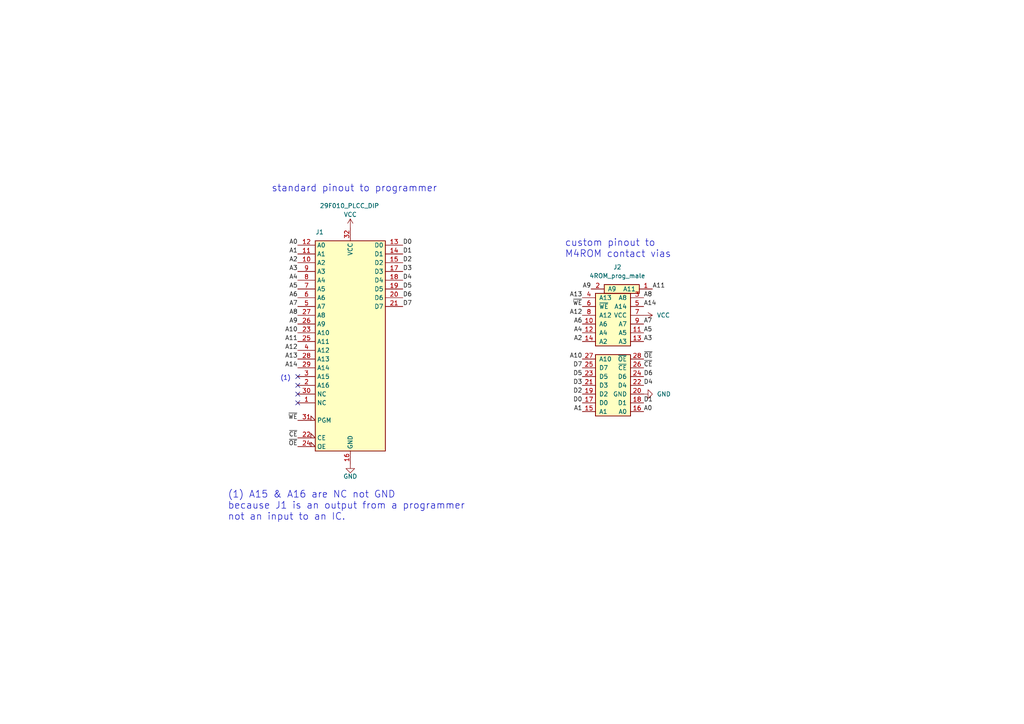
<source format=kicad_sch>
(kicad_sch (version 20230121) (generator eeschema)
  (paper "A4")
  (title_block (title "M4ROM Programming Adapter") (date "2023-12-30") (rev "006") (company "Brian White b.kenyon.w@gmail.com") (comment 1 "CC-BY-SA") (comment 2 "tandy.wiki/Teeprom"))
  (lib_symbols
    (symbol "000_LOCAL:4ROM_prog" (pin_names (offset 1.016))
      (property "Reference" "J" (at 0 20.32 0))
      (property "Value" "4ROM_prog" (at 0 -20.32 0))
      (symbol "4ROM_prog_1_1"
        (rectangle (start -5.08 -1.27) (end 5.08 -19.05) (stroke (width 0.254)) (fill (type background)))
        (rectangle (start -5.08 16.51) (end 5.08 1.27) (stroke (width 0.254)) (fill (type background)))
        (rectangle (start -2.54 19.05) (end 7.62 16.51) (stroke (width 0.254)) (fill (type background)))
        (pin passive line (at 11.43 17.78 180) (length 3.81) (name "A11") (number "1"))
        (pin passive line (at -8.89 7.62 0) (length 3.81) (name "A6") (number "10"))
        (pin passive line (at 8.89 5.08 180) (length 3.81) (name "A5") (number "11"))
        (pin passive line (at -8.89 5.08 0) (length 3.81) (name "A4") (number "12"))
        (pin passive line (at 8.89 2.54 180) (length 3.81) (name "A3") (number "13"))
        (pin passive line (at -8.89 2.54 0) (length 3.81) (name "A2") (number "14"))
        (pin passive line (at -8.89 -17.78 0) (length 3.81) (name "A1") (number "15"))
        (pin passive line (at 8.89 -17.78 180) (length 3.81) (name "A0") (number "16"))
        (pin passive line (at -8.89 -15.24 0) (length 3.81) (name "D0") (number "17"))
        (pin passive line (at 8.89 -15.24 180) (length 3.81) (name "D1") (number "18"))
        (pin passive line (at -8.89 -12.7 0) (length 3.81) (name "D2") (number "19"))
        (pin passive line (at -6.35 17.78 0) (length 3.81) (name "A9") (number "2"))
        (pin passive line (at 8.89 -12.7 180) (length 3.81) (name "GND") (number "20"))
        (pin passive line (at -8.89 -10.16 0) (length 3.81) (name "D3") (number "21"))
        (pin passive line (at 8.89 -10.16 180) (length 3.81) (name "D4") (number "22"))
        (pin passive line (at -8.89 -7.62 0) (length 3.81) (name "D5") (number "23"))
        (pin passive line (at 8.89 -7.62 180) (length 3.81) (name "D6") (number "24"))
        (pin passive line (at -8.89 -5.08 0) (length 3.81) (name "D7") (number "25"))
        (pin passive line (at 8.89 -5.08 180) (length 3.81) (name "~{CE}") (number "26"))
        (pin passive line (at -8.89 -2.54 0) (length 3.81) (name "A10") (number "27"))
        (pin passive line (at 8.89 -2.54 180) (length 3.81) (name "~{OE}") (number "28"))
        (pin passive line (at 8.89 15.24 180) (length 3.81) (name "A8") (number "3"))
        (pin passive line (at -8.89 15.24 0) (length 3.81) (name "A13") (number "4"))
        (pin passive line (at 8.89 12.7 180) (length 3.81) (name "A14") (number "5"))
        (pin passive line (at -8.89 12.7 0) (length 3.81) (name "~{WE}") (number "6"))
        (pin passive line (at 8.89 10.16 180) (length 3.81) (name "VCC") (number "7"))
        (pin passive line (at -8.89 10.16 0) (length 3.81) (name "A12") (number "8"))
        (pin passive line (at 8.89 7.62 180) (length 3.81) (name "A7") (number "9"))
      )
    )
    (symbol "000_LOCAL:SST39SF010_PLCC_DIP"
      (property "Reference" "U" (at -7.62 33.02 0))
      (property "Value" "SST39SF010_PLCC_DIP" (at 1.27 33.02 0))
      (symbol "SST39SF010_PLCC_DIP_0_0"
        (pin power_in line (at 0 -33.02 90) (length 3.81) (name "GND") (number "16"))
        (pin power_in line (at 0 35.56 270) (length 3.81) (name "VCC") (number "32"))
      )
      (symbol "SST39SF010_PLCC_DIP_0_1"
        (rectangle (start -10.16 31.75) (end 10.16 -29.21) (stroke (width 0.254)) (fill (type background)))
      )
      (symbol "SST39SF010_PLCC_DIP_1_1"
        (pin input line (at -15.24 -15.24 0) (length 5.08) (name "NC") (number "1"))
        (pin input line (at -15.24 25.4 0) (length 5.08) (name "A2") (number "10"))
        (pin input line (at -15.24 27.94 0) (length 5.08) (name "A1") (number "11"))
        (pin input line (at -15.24 30.48 0) (length 5.08) (name "A0") (number "12"))
        (pin tri_state line (at 15.24 30.48 180) (length 5.08) (name "D0") (number "13"))
        (pin tri_state line (at 15.24 27.94 180) (length 5.08) (name "D1") (number "14"))
        (pin tri_state line (at 15.24 25.4 180) (length 5.08) (name "D2") (number "15"))
        (pin tri_state line (at 15.24 22.86 180) (length 5.08) (name "D3") (number "17"))
        (pin tri_state line (at 15.24 20.32 180) (length 5.08) (name "D4") (number "18"))
        (pin tri_state line (at 15.24 17.78 180) (length 5.08) (name "D5") (number "19"))
        (pin input line (at -15.24 -10.16 0) (length 5.08) (name "A16") (number "2"))
        (pin tri_state line (at 15.24 15.24 180) (length 5.08) (name "D6") (number "20"))
        (pin tri_state line (at 15.24 12.7 180) (length 5.08) (name "D7") (number "21"))
        (pin input input_low (at -15.24 -25.4 0) (length 5.08) (name "CE") (number "22"))
        (pin input line (at -15.24 5.08 0) (length 5.08) (name "A10") (number "23"))
        (pin input input_low (at -15.24 -27.94 0) (length 5.08) (name "OE") (number "24"))
        (pin input line (at -15.24 2.54 0) (length 5.08) (name "A11") (number "25"))
        (pin input line (at -15.24 7.62 0) (length 5.08) (name "A9") (number "26"))
        (pin input line (at -15.24 10.16 0) (length 5.08) (name "A8") (number "27"))
        (pin input line (at -15.24 -2.54 0) (length 5.08) (name "A13") (number "28"))
        (pin input line (at -15.24 -5.08 0) (length 5.08) (name "A14") (number "29"))
        (pin input line (at -15.24 -7.62 0) (length 5.08) (name "A15") (number "3"))
        (pin input line (at -15.24 -12.7 0) (length 5.08) (name "NC") (number "30"))
        (pin input input_low (at -15.24 -20.32 0) (length 5.08) (name "PGM") (number "31"))
        (pin input line (at -15.24 0 0) (length 5.08) (name "A12") (number "4"))
        (pin input line (at -15.24 12.7 0) (length 5.08) (name "A7") (number "5"))
        (pin input line (at -15.24 15.24 0) (length 5.08) (name "A6") (number "6"))
        (pin input line (at -15.24 17.78 0) (length 5.08) (name "A5") (number "7"))
        (pin input line (at -15.24 20.32 0) (length 5.08) (name "A4") (number "8"))
        (pin input line (at -15.24 22.86 0) (length 5.08) (name "A3") (number "9"))
      )
    )
    (symbol "power:GND" (power) (pin_names (offset 0))
      (property "Value" "GND" (at 0 -3.81 0))
      (symbol "GND_0_1"
        (polyline (pts (xy 0 0) (xy 0 -1.27) (xy 1.27 -1.27) (xy 0 -2.54) (xy -1.27 -1.27) (xy 0 -1.27)))
      )
      (symbol "GND_1_1"
        (pin power_in line (at 0 0 270) (length 0) hide (name "GND") (number "1"))
      )
    )
    (symbol "power:VCC" (power) (pin_names (offset 0))
      (property "Value" "VCC" (at 0 3.81 0))
      (symbol "VCC_0_1"
        (polyline (pts (xy -0.762 1.27) (xy 0 2.54)))
        (polyline (pts (xy 0 0) (xy 0 2.54)))
        (polyline (pts (xy 0 2.54) (xy 0.762 1.27)))
      )
      (symbol "VCC_1_1"
        (pin power_in line (at 0 0 90) (length 0) hide (name "VCC") (number "1"))
      )
    )
  )
  (no_connect (at 86.36 116.84))
  (no_connect (at 86.36 114.3))
  (no_connect (at 86.36 111.76))
  (no_connect (at 86.36 109.22))
  (text "(1)" (at 81.28 110.49 0) (effects (font (size 1.27 1.27)) (justify left bottom)))
  (text "custom pinout to\nM4ROM contact vias" (at 163.83 74.93 0) (effects (font (size 2 2)) (justify left bottom)))
  (text "(1) A15 & A16 are NC not GND\nbecause J1 is an output from a programmer\nnot an input to an IC." (at 66.04 151.13 0) (effects (font (size 2 2)) (justify left bottom)))
  (text "standard pinout to programmer" (at 78.74 55.88 0) (effects (font (size 2 2)) (justify left bottom)))
  (label "~{CE}" (at 86.36 127 180))
  (label "A5" (at 86.36 83.82 180))
  (label "A14" (at 186.69 88.9 0))
  (label "A13" (at 86.36 104.14 180))
  (label "~{WE}" (at 86.36 121.92 180))
  (label "A4" (at 86.36 81.28 180))
  (label "A0" (at 86.36 71.12 180))
  (label "D4" (at 186.69 111.76 0))
  (label "A0" (at 186.69 119.38 0))
  (label "A10" (at 168.91 104.14 180))
  (label "A3" (at 186.69 99.06 0))
  (label "D2" (at 168.91 114.3 180))
  (label "A9" (at 171.45 83.82 180))
  (label "D0" (at 116.84 71.12 0))
  (label "A14" (at 86.36 106.68 180))
  (label "A6" (at 86.36 86.36 180))
  (label "A7" (at 86.36 88.9 180))
  (label "D5" (at 116.84 83.82 0))
  (label "A1" (at 168.91 119.38 180))
  (label "D1" (at 186.69 116.84 0))
  (label "D3" (at 168.91 111.76 180))
  (label "A2" (at 86.36 76.2 180))
  (label "A2" (at 168.91 99.06 180))
  (label "D6" (at 116.84 86.36 0))
  (label "A8" (at 86.36 91.44 180))
  (label "A4" (at 168.91 96.52 180))
  (label "A12" (at 168.91 91.44 180))
  (label "A3" (at 86.36 78.74 180))
  (label "~{OE}" (at 86.36 129.54 180))
  (label "D7" (at 168.91 106.68 180))
  (label "D6" (at 186.69 109.22 0))
  (label "A8" (at 186.69 86.36 0))
  (label "~{WE}" (at 168.91 88.9 180))
  (label "D7" (at 116.84 88.9 0))
  (label "A11" (at 86.36 99.06 180))
  (label "D1" (at 116.84 73.66 0))
  (label "~{CE}" (at 186.69 106.68 0))
  (label "A5" (at 186.69 96.52 0))
  (label "A12" (at 86.36 101.6 180))
  (label "A9" (at 86.36 93.98 180))
  (label "A10" (at 86.36 96.52 180))
  (label "A6" (at 168.91 93.98 180))
  (label "D3" (at 116.84 78.74 0))
  (label "D0" (at 168.91 116.84 180))
  (label "A7" (at 186.69 93.98 0))
  (label "A1" (at 86.36 73.66 180))
  (label "D2" (at 116.84 76.2 0))
  (label "D4" (at 116.84 81.28 0))
  (label "A11" (at 189.23 83.82 0))
  (label "A13" (at 168.91 86.36 180))
  (label "~{OE}" (at 186.69 104.14 0))
  (label "D5" (at 168.91 109.22 180))
  (symbol (lib_id "000_LOCAL:SST39SF010_PLCC_DIP") (at 101.6 101.6 0) (unit 1)
    (property "Reference" "J1" (at 92.71 67.31 0))
    (property "Value" "29F010_PLCC_DIP" (at 92.71 59.69 0) (effects (justify left)))
    (property "Footprint" "000_LOCAL:DIP32_600_pcb" (effects hide))
    (property "Datasheet" "http://ww1.microchip.com/downloads/en/DeviceDoc/25022B.pdf" (effects hide))
  )
  (symbol (lib_id "power:GND") (at 101.6 134.62 0) (unit 1)
    (property "Reference" "#PWR0101" (effects hide))
    (property "Value" "GND" (at 101.6 138.176 0))
  )
  (symbol (lib_id "power:VCC") (at 101.6 66.04 0) (unit 1)
    (property "Reference" "#PWR0102" (effects hide))
    (property "Value" "VCC" (at 101.6 62.23 0))
  )
  (symbol (lib_id "000_LOCAL:4ROM_prog") (at 177.8 101.6 0) (unit 1)
    (property "Reference" "J2" (at 179.07 77.47 0))
    (property "Value" "4ROM_prog_male" (at 179.07 80.01 0))
  )
  (symbol (lib_id "power:GND") (at 186.69 114.3 90) (unit 1)
    (property "Reference" "#PWR0103" (effects hide))
    (property "Value" "GND" (at 190.5 114.3 90) (effects (justify right)))
  )
  (symbol (lib_id "power:VCC") (at 186.69 91.44 270) (unit 1)
    (property "Reference" "#PWR0104" (effects hide))
    (property "Value" "VCC" (at 190.5 91.44 90) (effects (justify left)))
  )
)
</source>
